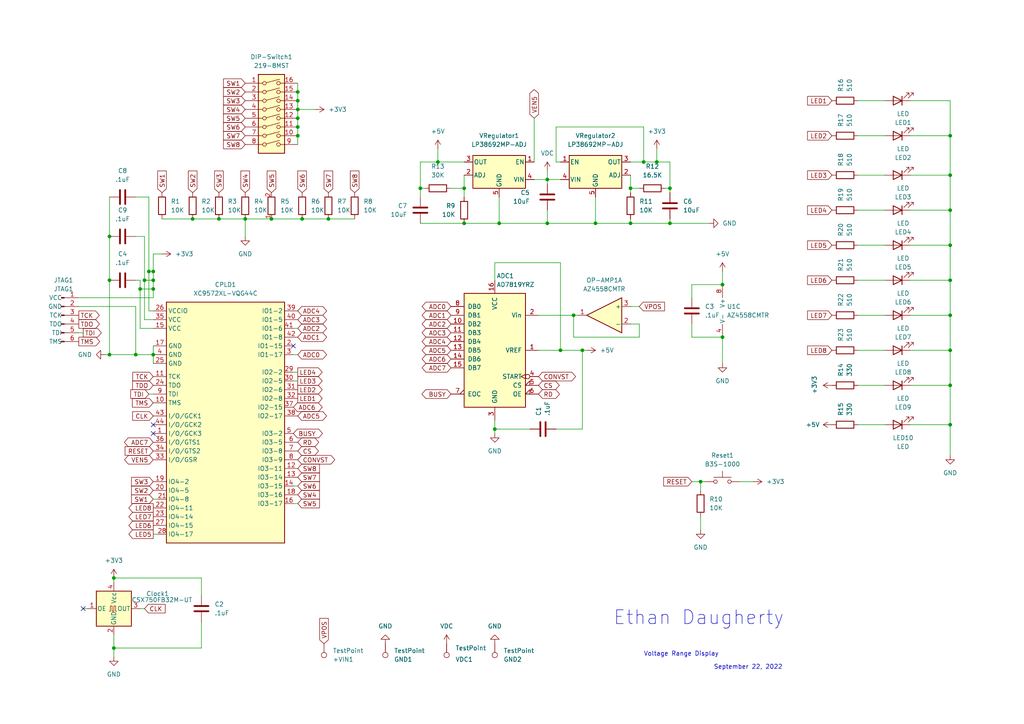
<source format=kicad_sch>
(kicad_sch (version 20211123) (generator eeschema)
  (paper "A4")
  (junction (at 86.36 31.75))
  (junction (at 86.36 36.83))
  (junction (at 158.75 52.07))
  (junction (at 31.75 81.28))
  (junction (at 87.63 63.5))
  (junction (at 63.5 63.5))
  (junction (at 275.59 81.28))
  (junction (at 194.31 54.61))
  (junction (at 44.45 78.74))
  (junction (at 86.36 34.29))
  (junction (at 209.55 97.79))
  (junction (at 86.36 26.67))
  (junction (at 95.25 63.5))
  (junction (at 31.75 102.87))
  (junction (at 182.88 54.61))
  (junction (at 275.59 71.12))
  (junction (at 127 46.99))
  (junction (at 44.45 102.87))
  (junction (at 33.02 187.96))
  (junction (at 275.59 91.44))
  (junction (at 203.2 139.7))
  (junction (at 33.02 167.64))
  (junction (at 162.56 101.6))
  (junction (at 186.69 46.99))
  (junction (at 40.64 83.82))
  (junction (at 275.59 60.96))
  (junction (at 194.31 64.77))
  (junction (at 190.5 46.99))
  (junction (at 275.59 39.37))
  (junction (at 275.59 101.6))
  (junction (at 143.51 124.46))
  (junction (at 166.37 91.44))
  (junction (at 158.75 64.77))
  (junction (at 182.88 64.77))
  (junction (at 168.91 101.6))
  (junction (at 275.59 50.8))
  (junction (at 43.18 78.74))
  (junction (at 78.74 63.5))
  (junction (at 134.62 64.77))
  (junction (at 121.92 54.61))
  (junction (at 31.75 68.58))
  (junction (at 275.59 123.19))
  (junction (at 55.88 63.5))
  (junction (at 71.12 63.5))
  (junction (at 44.45 81.28))
  (junction (at 275.59 111.76))
  (junction (at 41.91 81.28))
  (junction (at 134.62 54.61))
  (junction (at 209.55 82.55))
  (junction (at 144.78 64.77))
  (junction (at 172.72 64.77))
  (junction (at 39.37 102.87))
  (junction (at 86.36 29.21))
  (junction (at 44.45 83.82))
  (junction (at 86.36 39.37))
  (no_connect (at 85.09 100.33))
  (no_connect (at 24.13 176.53))
  (no_connect (at 44.45 123.19))
  (no_connect (at 44.45 125.73))
  (wire (pts (xy 41.91 68.58) (xy 39.37 68.58)))
  (wire (pts (xy 275.59 71.12) (xy 275.59 60.96)))
  (wire (pts (xy 30.48 102.87) (xy 31.75 102.87)))
  (wire (pts (xy 22.86 86.36) (xy 44.45 86.36)))
  (wire (pts (xy 143.51 124.46) (xy 153.67 124.46)))
  (wire (pts (xy 43.18 114.3) (xy 44.45 114.3)))
  (wire (pts (xy 127 46.99) (xy 121.92 46.99)))
  (wire (pts (xy 168.91 101.6) (xy 170.18 101.6)))
  (wire (pts (xy 86.36 36.83) (xy 86.36 39.37)))
  (wire (pts (xy 58.42 172.72) (xy 58.42 167.64)))
  (wire (pts (xy 39.37 102.87) (xy 44.45 102.87)))
  (wire (pts (xy 44.45 81.28) (xy 44.45 78.74)))
  (wire (pts (xy 58.42 180.34) (xy 58.42 187.96)))
  (wire (pts (xy 39.37 88.9) (xy 39.37 102.87)))
  (wire (pts (xy 162.56 76.2) (xy 162.56 101.6)))
  (wire (pts (xy 248.92 60.96) (xy 256.54 60.96)))
  (wire (pts (xy 264.16 81.28) (xy 275.59 81.28)))
  (wire (pts (xy 143.51 121.92) (xy 143.51 124.46)))
  (wire (pts (xy 86.36 110.49) (xy 85.09 110.49)))
  (wire (pts (xy 158.75 52.07) (xy 154.94 52.07)))
  (wire (pts (xy 46.99 63.5) (xy 55.88 63.5)))
  (wire (pts (xy 200.66 139.7) (xy 203.2 139.7)))
  (wire (pts (xy 41.91 81.28) (xy 41.91 92.71)))
  (wire (pts (xy 162.56 52.07) (xy 158.75 52.07)))
  (wire (pts (xy 33.02 184.15) (xy 33.02 187.96)))
  (wire (pts (xy 168.91 101.6) (xy 162.56 101.6)))
  (wire (pts (xy 172.72 64.77) (xy 158.75 64.77)))
  (wire (pts (xy 200.66 97.79) (xy 200.66 93.98)))
  (wire (pts (xy 43.18 78.74) (xy 43.18 57.15)))
  (wire (pts (xy 161.29 124.46) (xy 168.91 124.46)))
  (wire (pts (xy 86.36 146.05) (xy 85.09 146.05)))
  (wire (pts (xy 44.45 86.36) (xy 44.45 83.82)))
  (wire (pts (xy 154.94 34.29) (xy 154.94 46.99)))
  (wire (pts (xy 40.64 83.82) (xy 40.64 81.28)))
  (wire (pts (xy 86.36 140.97) (xy 85.09 140.97)))
  (wire (pts (xy 156.21 101.6) (xy 162.56 101.6)))
  (wire (pts (xy 264.16 39.37) (xy 275.59 39.37)))
  (wire (pts (xy 194.31 64.77) (xy 182.88 64.77)))
  (wire (pts (xy 86.36 107.95) (xy 85.09 107.95)))
  (wire (pts (xy 40.64 83.82) (xy 44.45 83.82)))
  (wire (pts (xy 44.45 144.78) (xy 45.72 144.78)))
  (wire (pts (xy 182.88 63.5) (xy 182.88 64.77)))
  (wire (pts (xy 182.88 93.98) (xy 185.42 93.98)))
  (wire (pts (xy 182.88 54.61) (xy 182.88 55.88)))
  (wire (pts (xy 275.59 81.28) (xy 275.59 71.12)))
  (wire (pts (xy 248.92 101.6) (xy 256.54 101.6)))
  (wire (pts (xy 86.36 29.21) (xy 86.36 31.75)))
  (wire (pts (xy 86.36 39.37) (xy 86.36 41.91)))
  (wire (pts (xy 158.75 60.96) (xy 158.75 64.77)))
  (wire (pts (xy 172.72 57.15) (xy 172.72 64.77)))
  (wire (pts (xy 58.42 167.64) (xy 33.02 167.64)))
  (wire (pts (xy 121.92 46.99) (xy 121.92 54.61)))
  (wire (pts (xy 24.13 96.52) (xy 22.86 96.52)))
  (wire (pts (xy 275.59 29.21) (xy 264.16 29.21)))
  (wire (pts (xy 44.45 83.82) (xy 44.45 81.28)))
  (wire (pts (xy 264.16 71.12) (xy 275.59 71.12)))
  (wire (pts (xy 86.36 95.25) (xy 85.09 95.25)))
  (wire (pts (xy 168.91 101.6) (xy 168.91 124.46)))
  (wire (pts (xy 166.37 97.79) (xy 166.37 91.44)))
  (wire (pts (xy 44.45 73.66) (xy 46.99 73.66)))
  (wire (pts (xy 182.88 50.8) (xy 182.88 54.61)))
  (wire (pts (xy 71.12 63.5) (xy 71.12 68.58)))
  (wire (pts (xy 248.92 123.19) (xy 256.54 123.19)))
  (wire (pts (xy 193.04 54.61) (xy 194.31 54.61)))
  (wire (pts (xy 264.16 111.76) (xy 275.59 111.76)))
  (wire (pts (xy 40.64 95.25) (xy 40.64 83.82)))
  (wire (pts (xy 186.69 46.99) (xy 190.5 46.99)))
  (wire (pts (xy 248.92 81.28) (xy 256.54 81.28)))
  (wire (pts (xy 158.75 52.07) (xy 158.75 53.34)))
  (wire (pts (xy 86.36 31.75) (xy 86.36 34.29)))
  (wire (pts (xy 161.29 46.99) (xy 162.56 46.99)))
  (wire (pts (xy 264.16 91.44) (xy 275.59 91.44)))
  (wire (pts (xy 248.92 91.44) (xy 256.54 91.44)))
  (wire (pts (xy 275.59 50.8) (xy 275.59 39.37)))
  (wire (pts (xy 78.74 63.5) (xy 87.63 63.5)))
  (wire (pts (xy 203.2 149.86) (xy 203.2 153.67)))
  (wire (pts (xy 158.75 64.77) (xy 144.78 64.77)))
  (wire (pts (xy 43.18 57.15) (xy 39.37 57.15)))
  (wire (pts (xy 264.16 60.96) (xy 275.59 60.96)))
  (wire (pts (xy 44.45 105.41) (xy 44.45 102.87)))
  (wire (pts (xy 40.64 81.28) (xy 39.37 81.28)))
  (wire (pts (xy 91.44 31.75) (xy 86.36 31.75)))
  (wire (pts (xy 127 43.18) (xy 127 46.99)))
  (wire (pts (xy 264.16 123.19) (xy 275.59 123.19)))
  (wire (pts (xy 22.86 88.9) (xy 39.37 88.9)))
  (wire (pts (xy 134.62 50.8) (xy 134.62 54.61)))
  (wire (pts (xy 275.59 60.96) (xy 275.59 50.8)))
  (wire (pts (xy 214.63 139.7) (xy 218.44 139.7)))
  (wire (pts (xy 205.74 64.77) (xy 194.31 64.77)))
  (wire (pts (xy 123.19 54.61) (xy 121.92 54.61)))
  (wire (pts (xy 144.78 64.77) (xy 134.62 64.77)))
  (wire (pts (xy 209.55 82.55) (xy 200.66 82.55)))
  (wire (pts (xy 41.91 68.58) (xy 41.91 81.28)))
  (wire (pts (xy 161.29 36.83) (xy 161.29 46.99)))
  (wire (pts (xy 44.45 95.25) (xy 40.64 95.25)))
  (wire (pts (xy 86.36 24.13) (xy 86.36 26.67)))
  (wire (pts (xy 194.31 54.61) (xy 194.31 55.88)))
  (wire (pts (xy 248.92 29.21) (xy 256.54 29.21)))
  (wire (pts (xy 24.13 176.53) (xy 25.4 176.53)))
  (wire (pts (xy 203.2 139.7) (xy 203.2 142.24)))
  (wire (pts (xy 31.75 57.15) (xy 31.75 68.58)))
  (wire (pts (xy 143.51 124.46) (xy 143.51 125.73)))
  (wire (pts (xy 134.62 54.61) (xy 134.62 57.15)))
  (wire (pts (xy 209.55 78.74) (xy 209.55 82.55)))
  (wire (pts (xy 275.59 81.28) (xy 275.59 91.44)))
  (wire (pts (xy 275.59 39.37) (xy 275.59 29.21)))
  (wire (pts (xy 182.88 64.77) (xy 172.72 64.77)))
  (wire (pts (xy 121.92 54.61) (xy 121.92 57.15)))
  (wire (pts (xy 33.02 167.64) (xy 33.02 168.91)))
  (wire (pts (xy 44.45 154.94) (xy 45.72 154.94)))
  (wire (pts (xy 144.78 57.15) (xy 144.78 64.77)))
  (wire (pts (xy 185.42 97.79) (xy 166.37 97.79)))
  (wire (pts (xy 248.92 71.12) (xy 256.54 71.12)))
  (wire (pts (xy 31.75 68.58) (xy 31.75 81.28)))
  (wire (pts (xy 134.62 64.77) (xy 121.92 64.77)))
  (wire (pts (xy 182.88 46.99) (xy 186.69 46.99)))
  (wire (pts (xy 44.45 100.33) (xy 44.45 102.87)))
  (wire (pts (xy 275.59 91.44) (xy 275.59 101.6)))
  (wire (pts (xy 203.2 139.7) (xy 204.47 139.7)))
  (wire (pts (xy 264.16 101.6) (xy 275.59 101.6)))
  (wire (pts (xy 143.51 81.28) (xy 143.51 76.2)))
  (wire (pts (xy 158.75 49.53) (xy 158.75 52.07)))
  (wire (pts (xy 43.18 90.17) (xy 43.18 78.74)))
  (wire (pts (xy 143.51 76.2) (xy 162.56 76.2)))
  (wire (pts (xy 248.92 50.8) (xy 256.54 50.8)))
  (wire (pts (xy 86.36 26.67) (xy 86.36 29.21)))
  (wire (pts (xy 185.42 93.98) (xy 185.42 97.79)))
  (wire (pts (xy 248.92 111.76) (xy 256.54 111.76)))
  (wire (pts (xy 194.31 46.99) (xy 194.31 54.61)))
  (wire (pts (xy 43.18 90.17) (xy 44.45 90.17)))
  (wire (pts (xy 185.42 54.61) (xy 182.88 54.61)))
  (wire (pts (xy 31.75 102.87) (xy 39.37 102.87)))
  (wire (pts (xy 58.42 187.96) (xy 33.02 187.96)))
  (wire (pts (xy 190.5 46.99) (xy 194.31 46.99)))
  (wire (pts (xy 41.91 176.53) (xy 40.64 176.53)))
  (wire (pts (xy 264.16 50.8) (xy 275.59 50.8)))
  (wire (pts (xy 87.63 63.5) (xy 95.25 63.5)))
  (wire (pts (xy 182.88 88.9) (xy 185.42 88.9)))
  (wire (pts (xy 86.36 102.87) (xy 85.09 102.87)))
  (wire (pts (xy 31.75 81.28) (xy 31.75 102.87)))
  (wire (pts (xy 134.62 46.99) (xy 127 46.99)))
  (wire (pts (xy 95.25 63.5) (xy 102.87 63.5)))
  (wire (pts (xy 71.12 63.5) (xy 78.74 63.5)))
  (wire (pts (xy 44.45 92.71) (xy 41.91 92.71)))
  (wire (pts (xy 200.66 82.55) (xy 200.66 86.36)))
  (wire (pts (xy 43.18 78.74) (xy 44.45 78.74)))
  (wire (pts (xy 156.21 91.44) (xy 166.37 91.44)))
  (wire (pts (xy 41.91 81.28) (xy 44.45 81.28)))
  (wire (pts (xy 161.29 36.83) (xy 186.69 36.83)))
  (wire (pts (xy 33.02 187.96) (xy 33.02 190.5)))
  (wire (pts (xy 209.55 97.79) (xy 209.55 105.41)))
  (wire (pts (xy 86.36 34.29) (xy 86.36 36.83)))
  (wire (pts (xy 44.45 78.74) (xy 44.45 73.66)))
  (wire (pts (xy 275.59 111.76) (xy 275.59 123.19)))
  (wire (pts (xy 194.31 63.5) (xy 194.31 64.77)))
  (wire (pts (xy 248.92 39.37) (xy 256.54 39.37)))
  (wire (pts (xy 166.37 91.44) (xy 167.64 91.44)))
  (wire (pts (xy 186.69 36.83) (xy 186.69 46.99)))
  (wire (pts (xy 190.5 43.18) (xy 190.5 46.99)))
  (wire (pts (xy 130.81 54.61) (xy 134.62 54.61)))
  (wire (pts (xy 209.55 97.79) (xy 200.66 97.79)))
  (wire (pts (xy 63.5 63.5) (xy 71.12 63.5)))
  (wire (pts (xy 275.59 101.6) (xy 275.59 111.76)))
  (wire (pts (xy 55.88 63.5) (xy 63.5 63.5)))
  (wire (pts (xy 275.59 123.19) (xy 275.59 132.08)))
  (text "September 22, 2022" (at 207.01 194.31 0) (effects (font (size 1.27 1.27)) (justify left bottom)))
  (text "Ethan Daugherty" (at 177.8 181.61 0) (effects (font (size 4 4)) (justify left bottom)))
  (text "Voltage Range Display" (at 186.69 190.5 0) (effects (font (size 1.27 1.27)) (justify left bottom)))
  (global_label "ADC5" (shape bidirectional) (at 130.81 101.6 180) (property "Intersheet References" "${INTERSHEET_REFS}" (effects hide)))
  (global_label "LED7" (shape input) (at 241.3 91.44 180) (property "Intersheet References" "${INTERSHEET_REFS}" (effects hide)))
  (global_label "SW3" (shape input) (at 63.5 55.88 90) (property "Intersheet References" "${INTERSHEET_REFS}" (effects hide)))
  (global_label "SW4" (shape input) (at 71.12 55.88 90) (property "Intersheet References" "${INTERSHEET_REFS}" (effects hide)))
  (global_label "LED6" (shape output) (at 44.45 152.4 180) (property "Intersheet References" "${INTERSHEET_REFS}" (effects hide)))
  (global_label "ADC3" (shape bidirectional) (at 86.36 92.71 0) (property "Intersheet References" "${INTERSHEET_REFS}" (effects hide)))
  (global_label "SW8" (shape input) (at 71.12 41.91 180) (property "Intersheet References" "${INTERSHEET_REFS}" (effects hide)))
  (global_label "TCK" (shape input) (at 44.45 109.22 180) (property "Intersheet References" "${INTERSHEET_REFS}" (effects hide)))
  (global_label "RD" (shape bidirectional) (at 156.21 114.3 0) (property "Intersheet References" "${INTERSHEET_REFS}" (effects hide)))
  (global_label "LED1" (shape output) (at 86.36 115.57 0) (property "Intersheet References" "${INTERSHEET_REFS}" (effects hide)))
  (global_label "ADC5" (shape bidirectional) (at 86.36 120.65 0) (property "Intersheet References" "${INTERSHEET_REFS}" (effects hide)))
  (global_label "CLK" (shape input) (at 41.91 176.53 0) (property "Intersheet References" "${INTERSHEET_REFS}" (effects hide)))
  (global_label "ADC6" (shape bidirectional) (at 130.81 104.14 180) (property "Intersheet References" "${INTERSHEET_REFS}" (effects hide)))
  (global_label "SW2" (shape input) (at 71.12 26.67 180) (property "Intersheet References" "${INTERSHEET_REFS}" (effects hide)))
  (global_label "ADC2" (shape bidirectional) (at 130.81 93.98 180) (property "Intersheet References" "${INTERSHEET_REFS}" (effects hide)))
  (global_label "SW5" (shape input) (at 86.36 146.05 0) (property "Intersheet References" "${INTERSHEET_REFS}" (effects hide)))
  (global_label "SW2" (shape input) (at 44.45 142.24 180) (property "Intersheet References" "${INTERSHEET_REFS}" (effects hide)))
  (global_label "SW6" (shape input) (at 71.12 36.83 180) (property "Intersheet References" "${INTERSHEET_REFS}" (effects hide)))
  (global_label "CS" (shape bidirectional) (at 86.36 130.81 0) (property "Intersheet References" "${INTERSHEET_REFS}" (effects hide)))
  (global_label "CS" (shape bidirectional) (at 156.21 111.76 0) (property "Intersheet References" "${INTERSHEET_REFS}" (effects hide)))
  (global_label "LED3" (shape input) (at 241.3 50.8 180) (property "Intersheet References" "${INTERSHEET_REFS}" (effects hide)))
  (global_label "SW8" (shape input) (at 86.36 135.89 0) (property "Intersheet References" "${INTERSHEET_REFS}" (effects hide)))
  (global_label "ADC0" (shape bidirectional) (at 130.81 88.9 180) (property "Intersheet References" "${INTERSHEET_REFS}" (effects hide)))
  (global_label "SW3" (shape input) (at 44.45 139.7 180) (property "Intersheet References" "${INTERSHEET_REFS}" (effects hide)))
  (global_label "VPOS" (shape input) (at 185.42 88.9 0) (property "Intersheet References" "${INTERSHEET_REFS}" (effects hide)))
  (global_label "SW1" (shape input) (at 44.45 144.78 180) (property "Intersheet References" "${INTERSHEET_REFS}" (effects hide)))
  (global_label "SW4" (shape input) (at 86.36 143.51 0) (property "Intersheet References" "${INTERSHEET_REFS}" (effects hide)))
  (global_label "VEN5" (shape bidirectional) (at 154.94 34.29 90) (property "Intersheet References" "${INTERSHEET_REFS}" (effects hide)))
  (global_label "LED3" (shape output) (at 86.36 110.49 0) (property "Intersheet References" "${INTERSHEET_REFS}" (effects hide)))
  (global_label "TMS" (shape output) (at 22.86 99.06 0) (property "Intersheet References" "${INTERSHEET_REFS}" (effects hide)))
  (global_label "ADC7" (shape bidirectional) (at 44.45 128.27 180) (property "Intersheet References" "${INTERSHEET_REFS}" (effects hide)))
  (global_label "ADC6" (shape bidirectional) (at 85.09 118.11 0) (property "Intersheet References" "${INTERSHEET_REFS}" (effects hide)))
  (global_label "ADC7" (shape bidirectional) (at 130.81 106.68 180) (property "Intersheet References" "${INTERSHEET_REFS}" (effects hide)))
  (global_label "LED5" (shape input) (at 241.3 71.12 180) (property "Intersheet References" "${INTERSHEET_REFS}" (effects hide)))
  (global_label "ADC1" (shape bidirectional) (at 86.36 97.79 0) (property "Intersheet References" "${INTERSHEET_REFS}" (effects hide)))
  (global_label "RESET" (shape input) (at 44.45 130.81 180) (property "Intersheet References" "${INTERSHEET_REFS}" (effects hide)))
  (global_label "LED2" (shape input) (at 241.3 39.37 180) (property "Intersheet References" "${INTERSHEET_REFS}" (effects hide)))
  (global_label "SW1" (shape input) (at 71.12 24.13 180) (property "Intersheet References" "${INTERSHEET_REFS}" (effects hide)))
  (global_label "LED8" (shape input) (at 241.3 101.6 180) (property "Intersheet References" "${INTERSHEET_REFS}" (effects hide)))
  (global_label "SW5" (shape input) (at 78.74 55.88 90) (property "Intersheet References" "${INTERSHEET_REFS}" (effects hide)))
  (global_label "SW8" (shape input) (at 102.87 55.88 90) (property "Intersheet References" "${INTERSHEET_REFS}" (effects hide)))
  (global_label "RD" (shape bidirectional) (at 86.36 128.27 0) (property "Intersheet References" "${INTERSHEET_REFS}" (effects hide)))
  (global_label "SW7" (shape input) (at 86.36 138.43 0) (property "Intersheet References" "${INTERSHEET_REFS}" (effects hide)))
  (global_label "BUSY" (shape bidirectional) (at 85.09 125.73 0) (property "Intersheet References" "${INTERSHEET_REFS}" (effects hide)))
  (global_label "SW2" (shape input) (at 55.88 55.88 90) (property "Intersheet References" "${INTERSHEET_REFS}" (effects hide)))
  (global_label "SW4" (shape input) (at 71.12 31.75 180) (property "Intersheet References" "${INTERSHEET_REFS}" (effects hide)))
  (global_label "LED1" (shape input) (at 241.3 29.21 180) (property "Intersheet References" "${INTERSHEET_REFS}" (effects hide)))
  (global_label "LED8" (shape output) (at 44.45 147.32 180) (property "Intersheet References" "${INTERSHEET_REFS}" (effects hide)))
  (global_label "TMS" (shape input) (at 44.45 116.84 180) (property "Intersheet References" "${INTERSHEET_REFS}" (effects hide)))
  (global_label "TDI" (shape output) (at 24.13 96.52 0) (property "Intersheet References" "${INTERSHEET_REFS}" (effects hide)))
  (global_label "ADC4" (shape bidirectional) (at 130.81 99.06 180) (property "Intersheet References" "${INTERSHEET_REFS}" (effects hide)))
  (global_label "LED2" (shape output) (at 86.36 113.03 0) (property "Intersheet References" "${INTERSHEET_REFS}" (effects hide)))
  (global_label "LED5" (shape output) (at 44.45 154.94 180) (property "Intersheet References" "${INTERSHEET_REFS}" (effects hide)))
  (global_label "CONVST" (shape bidirectional) (at 156.21 109.22 0) (property "Intersheet References" "${INTERSHEET_REFS}" (effects hide)))
  (global_label "LED6" (shape input) (at 241.3 81.28 180) (property "Intersheet References" "${INTERSHEET_REFS}" (effects hide)))
  (global_label "RESET" (shape input) (at 200.66 139.7 180) (property "Intersheet References" "${INTERSHEET_REFS}" (effects hide)))
  (global_label "SW1" (shape input) (at 46.99 55.88 90) (property "Intersheet References" "${INTERSHEET_REFS}" (effects hide)))
  (global_label "ADC4" (shape bidirectional) (at 86.36 90.17 0) (property "Intersheet References" "${INTERSHEET_REFS}" (effects hide)))
  (global_label "SW5" (shape input) (at 71.12 34.29 180) (property "Intersheet References" "${INTERSHEET_REFS}" (effects hide)))
  (global_label "ADC2" (shape bidirectional) (at 86.36 95.25 0) (property "Intersheet References" "${INTERSHEET_REFS}" (effects hide)))
  (global_label "TDO" (shape output) (at 22.86 93.98 0) (property "Intersheet References" "${INTERSHEET_REFS}" (effects hide)))
  (global_label "SW7" (shape input) (at 95.25 55.88 90) (property "Intersheet References" "${INTERSHEET_REFS}" (effects hide)))
  (global_label "VPOS" (shape input) (at 93.98 186.69 90) (property "Intersheet References" "${INTERSHEET_REFS}" (effects hide)))
  (global_label "VEN5" (shape bidirectional) (at 44.45 133.35 180) (property "Intersheet References" "${INTERSHEET_REFS}" (effects hide)))
  (global_label "CONVST" (shape bidirectional) (at 86.36 133.35 0) (property "Intersheet References" "${INTERSHEET_REFS}" (effects hide)))
  (global_label "SW6" (shape input) (at 87.63 55.88 90) (property "Intersheet References" "${INTERSHEET_REFS}" (effects hide)))
  (global_label "SW6" (shape input) (at 86.36 140.97 0) (property "Intersheet References" "${INTERSHEET_REFS}" (effects hide)))
  (global_label "SW7" (shape input) (at 71.12 39.37 180) (property "Intersheet References" "${INTERSHEET_REFS}" (effects hide)))
  (global_label "CLK" (shape input) (at 44.45 120.65 180) (property "Intersheet References" "${INTERSHEET_REFS}" (effects hide)))
  (global_label "ADC1" (shape bidirectional) (at 130.81 91.44 180) (property "Intersheet References" "${INTERSHEET_REFS}" (effects hide)))
  (global_label "SW3" (shape input) (at 71.12 29.21 180) (property "Intersheet References" "${INTERSHEET_REFS}" (effects hide)))
  (global_label "TDI" (shape input) (at 43.18 114.3 180) (property "Intersheet References" "${INTERSHEET_REFS}" (effects hide)))
  (global_label "TCK" (shape output) (at 22.86 91.44 0) (property "Intersheet References" "${INTERSHEET_REFS}" (effects hide)))
  (global_label "LED4" (shape input) (at 241.3 60.96 180) (property "Intersheet References" "${INTERSHEET_REFS}" (effects hide)))
  (global_label "ADC3" (shape bidirectional) (at 130.81 96.52 180) (property "Intersheet References" "${INTERSHEET_REFS}" (effects hide)))
  (global_label "TDO" (shape input) (at 44.45 111.76 180) (property "Intersheet References" "${INTERSHEET_REFS}" (effects hide)))
  (global_label "LED4" (shape output) (at 86.36 107.95 0) (property "Intersheet References" "${INTERSHEET_REFS}" (effects hide)))
  (global_label "ADC0" (shape bidirectional) (at 86.36 102.87 0) (property "Intersheet References" "${INTERSHEET_REFS}" (effects hide)))
  (global_label "LED7" (shape output) (at 44.45 149.86 180) (property "Intersheet References" "${INTERSHEET_REFS}" (effects hide)))
  (global_label "BUSY" (shape bidirectional) (at 130.81 114.3 180) (property "Intersheet References" "${INTERSHEET_REFS}" (effects hide)))
  (symbol (lib_id "power:+3.3V") (at 190.5 43.18 0) (mirror y) (unit 1)
    (property "Reference" "#PWR014" (effects hide))
    (property "Value" "+3.3V" (at 190.5 38.1 0))
  )
  (symbol (lib_id "Device:R") (at 245.11 123.19 90) (unit 1)
    (property "Reference" "R15" (at 243.8399 120.65 0) (effects (justify left)))
    (property "Value" "330" (at 246.3799 120.65 0) (effects (justify left)))
    (property "Footprint" "Resistor_SMD:R_0805_2012Metric" (effects hide))
    (property "Datasheet" "https://www.yageo.com/upload/media/product/productsearch/datasheet/rchip/PYu-RC_Group_51_RoHS_L_12.pdf" (effects hide))
  )
  (symbol (lib_id "Device:R") (at 63.5 59.69 0) (unit 1)
    (property "Reference" "R3" (at 66.04 58.4199 0) (effects (justify left)))
    (property "Value" "10K" (at 66.04 60.9599 0) (effects (justify left)))
    (property "Footprint" "Resistor_SMD:R_0805_2012Metric" (effects hide))
    (property "Datasheet" "https://www.yageo.com/upload/media/product/productsearch/datasheet/rchip/PYu-RC_Group_51_RoHS_L_12.pdf" (effects hide))
  )
  (symbol (lib_id "power:+5V") (at 127 43.18 0) (unit 1)
    (property "Reference" "#PWR08" (effects hide))
    (property "Value" "+5V" (at 127 38.1 0))
  )
  (symbol (lib_id "Connector:JTAG1") (at 17.78 91.44 0) (unit 1)
    (property "Reference" "JTAG1" (at 18.415 81.28 0))
    (property "Value" "JTAG1" (at 18.415 83.82 0))
    (property "Footprint" "Connector_PinHeader_2.54mm:JTAG" (effects hide))
    (property "Datasheet" "https://www.molex.com/pdm_docs/sd/022284061_sd.pdf" (effects hide))
  )
  (symbol (lib_id "power:+3.3V") (at 46.99 73.66 270) (unit 1)
    (property "Reference" "#PWR04" (effects hide))
    (property "Value" "+3.3V" (at 50.8 73.6599 90) (effects (justify left)))
  )
  (symbol (lib_name "R_1") (lib_id "Device:R") (at 78.74 59.69 180) (unit 1)
    (property "Reference" "R5" (at 81.28 58.4199 0) (effects (justify right)))
    (property "Value" "10K" (at 81.28 60.9599 0) (effects (justify right)))
    (property "Footprint" "Resistor_SMD:R_0805_2012Metric" (effects hide))
    (property "Datasheet" "https://www.yageo.com/upload/media/product/productsearch/datasheet/rchip/PYu-RC_Group_51_RoHS_L_12.pdf" (effects hide))
  )
  (symbol (lib_id "power:+5V") (at 209.55 78.74 0) (unit 1)
    (property "Reference" "#PWR017" (effects hide))
    (property "Value" "+5V" (at 209.55 73.66 0))
  )
  (symbol (lib_id "Device:LED") (at 260.35 71.12 180) (unit 1)
    (property "Reference" "LED5" (at 261.9375 77.47 0))
    (property "Value" "LED" (at 261.9375 74.93 0))
    (property "Footprint" "LED_SMD:LED_0805_2012Metric" (effects hide))
    (property "Datasheet" "https://media.digikey.com/pdf/Data%20Sheets/Lumex%20PDFs/SML-LXT0805SRW-TR_RevI_12-17-19.pdf" (effects hide))
  )
  (symbol (lib_id "Device:C") (at 200.66 90.17 180) (unit 1)
    (property "Reference" "C3" (at 204.47 88.8999 0) (effects (justify right)))
    (property "Value" ".1uF" (at 204.47 91.4399 0) (effects (justify right)))
    (property "Footprint" "Capacitor_SMD:C_0805_2012Metric" (effects hide))
    (property "Datasheet" "https://www.yageo.com/upload/media/product/productsearch/datasheet/mlcc/UPY-GPHC_X7R_6.3V-to-50V_20.pdf" (effects hide))
  )
  (symbol (lib_id "Device:C") (at 157.48 124.46 90) (unit 1)
    (property "Reference" "C1" (at 156.2099 120.65 0) (effects (justify left)))
    (property "Value" ".1uF" (at 158.7499 120.65 0) (effects (justify left)))
    (property "Footprint" "Capacitor_SMD:C_0805_2012Metric" (effects hide))
    (property "Datasheet" "https://www.yageo.com/upload/media/product/productsearch/datasheet/mlcc/UPY-GPHC_X7R_6.3V-to-50V_20.pdf" (effects hide))
  )
  (symbol (lib_id "Device:LED") (at 260.35 39.37 180) (unit 1)
    (property "Reference" "LED2" (at 261.9375 45.72 0))
    (property "Value" "LED" (at 261.9375 43.18 0))
    (property "Footprint" "LED_SMD:LED_0805_2012Metric" (effects hide))
    (property "Datasheet" "https://media.digikey.com/pdf/Data%20Sheets/Lumex%20PDFs/SML-LXT0805SRW-TR_RevI_12-17-19.pdf" (effects hide))
  )
  (symbol (lib_id "Device:R") (at 245.11 50.8 90) (unit 1)
    (property "Reference" "R18" (at 243.8399 48.26 0) (effects (justify left)))
    (property "Value" "510" (at 246.3799 48.26 0) (effects (justify left)))
    (property "Footprint" "Resistor_SMD:R_0805_2012Metric" (effects hide))
    (property "Datasheet" "https://www.yageo.com/upload/media/product/productsearch/datasheet/rchip/PYu-RC_Group_51_RoHS_L_12.pdf" (effects hide))
  )
  (symbol (lib_id "Device:R") (at 127 54.61 270) (mirror x) (unit 1)
    (property "Reference" "R13" (at 127 48.26 90))
    (property "Value" "30K" (at 127 50.8 90))
    (property "Footprint" "Resistor_SMD:R_0805_2012Metric" (effects hide))
  )
  (symbol (lib_id "power:VDC") (at 129.54 186.69 0) (unit 1)
    (property "Reference" "#PWR09" (effects hide))
    (property "Value" "VDC" (at 129.54 181.61 0))
  )
  (symbol (lib_id "Amplifier_Operational:TLV9062xD") (at 175.26 91.44 0) (mirror y) (unit 1)
    (property "Reference" "OP-AMP1" (at 175.26 81.28 0))
    (property "Value" "AZ4558CMTR" (at 175.26 83.82 0))
    (property "Footprint" "Package_SO:SOIC-8_3.9x4.9mm_P1.27mm" (effects hide))
    (property "Datasheet" "https://www.ti.com/lit/ds/symlink/tlv9062.pdf" (effects hide))
  )
  (symbol (lib_id "Device:R") (at 134.62 60.96 0) (mirror y) (unit 1)
    (property "Reference" "R9" (at 132.08 59.69 0) (effects (justify left)))
    (property "Value" "10K" (at 132.08 62.2299 0) (effects (justify left)))
    (property "Footprint" "Resistor_SMD:R_0805_2012Metric" (effects hide))
    (property "Datasheet" "https://www.yageo.com/upload/media/product/productsearch/datasheet/rchip/PYu-RC_Group_51_RoHS_L_12.pdf" (effects hide))
  )
  (symbol (lib_id "Device:C") (at 58.42 176.53 0) (unit 1)
    (property "Reference" "C2" (at 62.23 175.2599 0) (effects (justify left)))
    (property "Value" ".1uF" (at 62.23 177.7999 0) (effects (justify left)))
    (property "Footprint" "Capacitor_SMD:C_0805_2012Metric" (effects hide))
    (property "Datasheet" "https://www.yageo.com/upload/media/product/productsearch/datasheet/mlcc/UPY-GPHC_X7R_6.3V-to-50V_20.pdf" (effects hide))
  )
  (symbol (lib_id "Device:R") (at 55.88 59.69 0) (unit 1)
    (property "Reference" "R2" (at 58.42 58.4199 0) (effects (justify left)))
    (property "Value" "10K" (at 58.42 60.9599 0) (effects (justify left)))
    (property "Footprint" "Resistor_SMD:R_0805_2012Metric" (effects hide))
    (property "Datasheet" "https://www.yageo.com/upload/media/product/productsearch/datasheet/rchip/PYu-RC_Group_51_RoHS_L_12.pdf" (effects hide))
  )
  (symbol (lib_id "Device:R") (at 182.88 59.69 0) (unit 1)
    (property "Reference" "R11" (at 185.42 58.4199 0) (effects (justify left)))
    (property "Value" "10K" (at 185.42 60.9599 0) (effects (justify left)))
    (property "Footprint" "Resistor_SMD:R_0805_2012Metric" (effects hide))
    (property "Datasheet" "https://www.yageo.com/upload/media/product/productsearch/datasheet/rchip/PYu-RC_Group_51_RoHS_L_12.pdf" (effects hide))
  )
  (symbol (lib_id "power:GND") (at 205.74 64.77 90) (unit 1)
    (property "Reference" "#PWR016" (effects hide))
    (property "Value" "GND" (at 209.55 64.7699 90) (effects (justify right)))
  )
  (symbol (lib_id "Connector:TestPoint") (at 129.54 186.69 0) (mirror x) (unit 1)
    (property "Reference" "VDC1" (at 132.08 191.2621 0) (effects (justify left)))
    (property "Value" "TestPoint" (at 132.08 187.96 0) (effects (justify left)))
    (property "Footprint" "TestPoint:TestPoint_Keystone_5000-5004_Miniature" (effects hide))
  )
  (symbol (lib_id "power:GND") (at 209.55 105.41 0) (unit 1)
    (property "Reference" "#PWR018" (effects hide))
    (property "Value" "GND" (at 209.55 110.49 0))
  )
  (symbol (lib_id "Device:LED") (at 260.35 111.76 180) (unit 1)
    (property "Reference" "LED9" (at 261.9375 118.11 0))
    (property "Value" "LED" (at 261.9375 115.57 0))
    (property "Footprint" "LED_SMD:LED_0805_2012Metric" (effects hide))
    (property "Datasheet" "https://media.digikey.com/pdf/Data%20Sheets/Lumex%20PDFs/SML-LXT0805SRW-TR_RevI_12-17-19.pdf" (effects hide))
  )
  (symbol (lib_id "Regulator_Linear:LP38692MP-ADJ") (at 144.78 49.53 0) (mirror y) (unit 1)
    (property "Reference" "VRegulator1" (at 144.78 39.37 0))
    (property "Value" "LP38692MP-ADJ" (at 144.78 41.91 0))
    (property "Footprint" "Package_TO_SOT_SMD:SOT-223-5" (effects hide))
    (property "Datasheet" "https://media.digikey.com/pdf/Data%20Sheets/Texas%20Instruments%20PDFs/LP38690,92-ADJ.pdf" (effects hide))
  )
  (symbol (lib_id "Connector:TestPoint") (at 143.51 186.69 0) (mirror x) (unit 1)
    (property "Reference" "GND2" (at 146.05 191.2621 0) (effects (justify left)))
    (property "Value" "TestPoint" (at 146.05 188.7221 0) (effects (justify left)))
    (property "Footprint" "TestPoint:TestPoint_Keystone_5000-5004_Miniature" (effects hide))
  )
  (symbol (lib_id "Device:LED") (at 260.35 29.21 180) (unit 1)
    (property "Reference" "LED1" (at 261.9375 35.56 0))
    (property "Value" "LED" (at 261.9375 33.02 0))
    (property "Footprint" "LED_SMD:LED_0805_2012Metric" (effects hide))
    (property "Datasheet" "https://media.digikey.com/pdf/Data%20Sheets/Lumex%20PDFs/SML-LXT0805SRW-TR_RevI_12-17-19.pdf" (effects hide))
  )
  (symbol (lib_id "power:VDC") (at 158.75 49.53 0) (unit 1)
    (property "Reference" "#PWR012" (effects hide))
    (property "Value" "VDC" (at 158.75 44.45 0))
  )
  (symbol (lib_id "power:+3.3V") (at 218.44 139.7 270) (unit 1)
    (property "Reference" "#PWR019" (effects hide))
    (property "Value" "+3.3V" (at 222.25 139.6999 90) (effects (justify left)))
  )
  (symbol (lib_id "Switch:SW_Push") (at 209.55 139.7 0) (unit 1)
    (property "Reference" "Reset1" (at 209.55 132.08 0))
    (property "Value" "B3S-1000" (at 209.55 134.62 0))
    (property "Footprint" "Button_Switch_SMD:SW_SPST_B3S-1000" (effects hide))
    (property "Datasheet" "https://omronfs.omron.com/en_US/ecb/products/pdf/en-b3s.pdf" (effects hide))
  )
  (symbol (lib_id "Device:R") (at 245.11 101.6 90) (unit 1)
    (property "Reference" "R23" (at 243.8399 99.06 0) (effects (justify left)))
    (property "Value" "510" (at 246.3799 99.06 0) (effects (justify left)))
    (property "Footprint" "Resistor_SMD:R_0805_2012Metric" (effects hide))
    (property "Datasheet" "https://www.yageo.com/upload/media/product/productsearch/datasheet/rchip/PYu-RC_Group_51_RoHS_L_12.pdf" (effects hide))
  )
  (symbol (lib_id "Device:R") (at 245.11 60.96 90) (unit 1)
    (property "Reference" "R19" (at 243.8399 58.42 0) (effects (justify left)))
    (property "Value" "510" (at 246.3799 58.42 0) (effects (justify left)))
    (property "Footprint" "Resistor_SMD:R_0805_2012Metric" (effects hide))
    (property "Datasheet" "https://www.yageo.com/upload/media/product/productsearch/datasheet/rchip/PYu-RC_Group_51_RoHS_L_12.pdf" (effects hide))
  )
  (symbol (lib_id "Switch:SW_DIP_x08") (at 78.74 34.29 0) (unit 1)
    (property "Reference" "DIP-Switch1" (at 78.74 16.51 0))
    (property "Value" "219-8MST" (at 78.74 19.05 0))
    (property "Footprint" "Button_Switch_SMD:SW_DIP_SPSTx08_Slide_9.78x22.5mm_W8.61mm_P2.54mm" (effects hide))
    (property "Datasheet" "https://www.ctscorp.com/wp-content/uploads/219.pdf" (effects hide))
  )
  (symbol (lib_id "Device:R") (at 46.99 59.69 0) (unit 1)
    (property "Reference" "R1" (at 49.53 58.4199 0) (effects (justify left)))
    (property "Value" "10K" (at 49.53 60.9599 0) (effects (justify left)))
    (property "Footprint" "Resistor_SMD:R_0805_2012Metric" (effects hide))
    (property "Datasheet" "https://www.yageo.com/upload/media/product/productsearch/datasheet/rchip/PYu-RC_Group_51_RoHS_L_12.pdf" (effects hide))
  )
  (symbol (lib_id "Device:C") (at 121.92 60.96 0) (mirror y) (unit 1)
    (property "Reference" "C7" (at 118.11 59.6899 0) (effects (justify left)))
    (property "Value" "10uF" (at 118.11 62.2299 0) (effects (justify left)))
    (property "Footprint" "Capacitor_SMD:C_0805_2012Metric" (effects hide))
    (property "Datasheet" "https://media.digikey.com/pdf/Data%20Sheets/Murata%20PDFs/Chip_Multilayer_CC_CAT.pdf" (effects hide))
  )
  (symbol (lib_id "Device:C") (at 158.75 57.15 0) (mirror y) (unit 1)
    (property "Reference" "C5" (at 153.67 55.8799 0) (effects (justify left)))
    (property "Value" "10uF" (at 153.67 58.4199 0) (effects (justify left)))
    (property "Footprint" "Capacitor_SMD:C_0805_2012Metric" (effects hide))
    (property "Datasheet" "https://media.digikey.com/pdf/Data%20Sheets/Murata%20PDFs/Chip_Multilayer_CC_CAT.pdf" (effects hide))
  )
  (symbol (lib_id "Device:R") (at 245.11 71.12 90) (unit 1)
    (property "Reference" "R20" (at 243.8399 68.58 0) (effects (justify left)))
    (property "Value" "510" (at 246.3799 68.58 0) (effects (justify left)))
    (property "Footprint" "Resistor_SMD:R_0805_2012Metric" (effects hide))
    (property "Datasheet" "https://www.yageo.com/upload/media/product/productsearch/datasheet/rchip/PYu-RC_Group_51_RoHS_L_12.pdf" (effects hide))
  )
  (symbol (lib_id "power:GND") (at 71.12 68.58 0) (unit 1)
    (property "Reference" "#PWR05" (effects hide))
    (property "Value" "GND" (at 71.12 73.66 0))
  )
  (symbol (lib_id "Device:LED") (at 260.35 60.96 180) (unit 1)
    (property "Reference" "LED4" (at 261.9375 67.31 0))
    (property "Value" "LED" (at 261.9375 64.77 0))
    (property "Footprint" "LED_SMD:LED_0805_2012Metric" (effects hide))
    (property "Datasheet" "https://media.digikey.com/pdf/Data%20Sheets/Lumex%20PDFs/SML-LXT0805SRW-TR_RevI_12-17-19.pdf" (effects hide))
  )
  (symbol (lib_id "power:GND") (at 143.51 186.69 180) (unit 1)
    (property "Reference" "#PWR011" (effects hide))
    (property "Value" "GND" (at 143.51 181.61 0))
  )
  (symbol (lib_id "power:+5V") (at 241.3 123.19 90) (unit 1)
    (property "Reference" "#PWR0102" (effects hide))
    (property "Value" "+5V" (at 233.68 123.19 90) (effects (justify right)))
  )
  (symbol (lib_id "power:+3.3V") (at 91.44 31.75 270) (unit 1)
    (property "Reference" "#PWR06" (effects hide))
    (property "Value" "+3.3V" (at 95.25 31.7499 90) (effects (justify left)))
  )
  (symbol (lib_id "power:+3.3V") (at 33.02 167.64 0) (unit 1)
    (property "Reference" "#PWR02" (effects hide))
    (property "Value" "+3.3V" (at 33.02 162.56 0))
  )
  (symbol (lib_id "Device:C") (at 35.56 68.58 270) (unit 1)
    (property "Reference" "C9" (at 35.56 60.96 90))
    (property "Value" ".1uF" (at 35.56 63.5 90))
    (property "Footprint" "Capacitor_SMD:C_0805_2012Metric" (effects hide))
    (property "Datasheet" "https://www.yageo.com/upload/media/product/productsearch/datasheet/mlcc/UPY-GPHC_X7R_6.3V-to-50V_20.pdf" (effects hide))
  )
  (symbol (lib_id "Device:C") (at 35.56 57.15 90) (unit 1)
    (property "Reference" "C8" (at 35.56 49.53 90))
    (property "Value" ".1uF" (at 35.56 52.07 90))
    (property "Footprint" "Capacitor_SMD:C_0805_2012Metric" (effects hide))
    (property "Datasheet" "https://www.yageo.com/upload/media/product/productsearch/datasheet/mlcc/UPY-GPHC_X7R_6.3V-to-50V_20.pdf" (effects hide))
  )
  (symbol (lib_id "Device:R") (at 102.87 59.69 0) (unit 1)
    (property "Reference" "R8" (at 105.41 58.4199 0) (effects (justify left)))
    (property "Value" "10K" (at 105.41 60.9599 0) (effects (justify left)))
    (property "Footprint" "Resistor_SMD:R_0805_2012Metric" (effects hide))
    (property "Datasheet" "https://www.yageo.com/upload/media/product/productsearch/datasheet/rchip/PYu-RC_Group_51_RoHS_L_12.pdf" (effects hide))
  )
  (symbol (lib_id "Device:LED") (at 260.35 101.6 180) (unit 1)
    (property "Reference" "LED8" (at 261.9375 107.95 0))
    (property "Value" "LED" (at 261.9375 105.41 0))
    (property "Footprint" "LED_SMD:LED_0805_2012Metric" (effects hide))
    (property "Datasheet" "https://media.digikey.com/pdf/Data%20Sheets/Lumex%20PDFs/SML-LXT0805SRW-TR_RevI_12-17-19.pdf" (effects hide))
  )
  (symbol (lib_id "Device:LED") (at 260.35 81.28 180) (unit 1)
    (property "Reference" "LED6" (at 261.9375 87.63 0))
    (property "Value" "LED" (at 261.9375 85.09 0))
    (property "Footprint" "LED_SMD:LED_0805_2012Metric" (effects hide))
    (property "Datasheet" "https://media.digikey.com/pdf/Data%20Sheets/Lumex%20PDFs/SML-LXT0805SRW-TR_RevI_12-17-19.pdf" (effects hide))
  )
  (symbol (lib_id "power:GND") (at 203.2 153.67 0) (unit 1)
    (property "Reference" "#PWR015" (effects hide))
    (property "Value" "GND" (at 203.2 158.75 0))
  )
  (symbol (lib_id "power:GND") (at 275.59 132.08 0) (unit 1)
    (property "Reference" "#PWR020" (effects hide))
    (property "Value" "GND" (at 275.59 137.16 0))
  )
  (symbol (lib_name "TLV9062xD_1") (lib_id "Amplifier_Operational:TLV9062xD") (at 209.55 90.17 0) (unit 3)
    (property "Reference" "U1" (at 210.82 88.8999 0) (effects (justify left)))
    (property "Value" "AZ4558CMTR" (at 210.82 91.4399 0) (effects (justify left)))
    (property "Footprint" "Package_SO:SOIC-8_3.9x4.9mm_P1.27mm" (effects hide))
    (property "Datasheet" "https://www.ti.com/lit/ds/symlink/tlv9062.pdf" (effects hide))
  )
  (symbol (lib_id "Oscillator:SG-7050CCN") (at 33.02 176.53 0) (unit 1)
    (property "Reference" "Clock1" (at 45.72 172.1993 0))
    (property "Value" "CSX750FB32M-UT" (at 46.99 173.99 0))
    (property "Footprint" "Oscillator:Oscillator_SMD_SeikoEpson_SG8002CA-4Pin_7.0x5.0mm" (effects hide))
    (property "Datasheet" "https://support.epson.biz/td/api/doc_check.php?dl=brief_SG7050CAN&lang=en" (effects hide))
  )
  (symbol (lib_id "Device:R") (at 245.11 81.28 90) (unit 1)
    (property "Reference" "R21" (at 243.8399 78.74 0) (effects (justify left)))
    (property "Value" "510" (at 246.3799 78.74 0) (effects (justify left)))
    (property "Footprint" "Resistor_SMD:R_0805_2012Metric" (effects hide))
    (property "Datasheet" "https://www.yageo.com/upload/media/product/productsearch/datasheet/rchip/PYu-RC_Group_51_RoHS_L_12.pdf" (effects hide))
  )
  (symbol (lib_id "power:+5V") (at 170.18 101.6 270) (unit 1)
    (property "Reference" "#PWR013" (effects hide))
    (property "Value" "+5V" (at 173.99 101.5999 90) (effects (justify left)))
  )
  (symbol (lib_id "Device:R") (at 245.11 39.37 90) (unit 1)
    (property "Reference" "R17" (at 243.8399 36.83 0) (effects (justify left)))
    (property "Value" "510" (at 246.3799 36.83 0) (effects (justify left)))
    (property "Footprint" "Resistor_SMD:R_0805_2012Metric" (effects hide))
    (property "Datasheet" "https://www.yageo.com/upload/media/product/productsearch/datasheet/rchip/PYu-RC_Group_51_RoHS_L_12.pdf" (effects hide))
  )
  (symbol (lib_id "Device:C") (at 194.31 59.69 0) (unit 1)
    (property "Reference" "C6" (at 198.12 58.4199 0) (effects (justify left)))
    (property "Value" "10uF" (at 198.12 60.9599 0) (effects (justify left)))
    (property "Footprint" "Capacitor_SMD:C_0805_2012Metric" (effects hide))
    (property "Datasheet" "https://media.digikey.com/pdf/Data%20Sheets/Murata%20PDFs/Chip_Multilayer_CC_CAT.pdf" (effects hide))
  )
  (symbol (lib_id "power:GND") (at 111.76 186.69 180) (unit 1)
    (property "Reference" "#PWR07" (effects hide))
    (property "Value" "GND" (at 111.76 181.61 0))
  )
  (symbol (lib_id "Connector:TestPoint") (at 93.98 186.69 0) (mirror x) (unit 1)
    (property "Reference" "+VIN1" (at 96.52 191.2621 0) (effects (justify left)))
    (property "Value" "TestPoint" (at 96.52 188.7221 0) (effects (justify left)))
    (property "Footprint" "TestPoint:TestPoint_Keystone_5000-5004_Miniature" (effects hide))
  )
  (symbol (lib_id "Device:LED") (at 260.35 50.8 180) (unit 1)
    (property "Reference" "LED3" (at 261.9375 57.15 0))
    (property "Value" "LED" (at 261.9375 54.61 0))
    (property "Footprint" "LED_SMD:LED_0805_2012Metric" (effects hide))
    (property "Datasheet" "https://media.digikey.com/pdf/Data%20Sheets/Lumex%20PDFs/SML-LXT0805SRW-TR_RevI_12-17-19.pdf" (effects hide))
  )
  (symbol (lib_id "Device:R") (at 245.11 91.44 90) (unit 1)
    (property "Reference" "R22" (at 243.8399 88.9 0) (effects (justify left)))
    (property "Value" "510" (at 246.3799 88.9 0) (effects (justify left)))
    (property "Footprint" "Resistor_SMD:R_0805_2012Metric" (effects hide))
    (property "Datasheet" "https://www.yageo.com/upload/media/product/productsearch/datasheet/rchip/PYu-RC_Group_51_RoHS_L_12.pdf" (effects hide))
  )
  (symbol (lib_id "power:+3.3V") (at 241.3 111.76 90) (mirror x) (unit 1)
    (property "Reference" "#PWR0101" (effects hide))
    (property "Value" "+3.3V" (at 236.22 114.3 0) (effects (justify right)))
  )
  (symbol (lib_id "Analog_ADC:AD7819") (at 143.51 101.6 0) (mirror y) (unit 1)
    (property "Reference" "ADC1" (at 144.0306 80.01 0) (effects (justify right)))
    (property "Value" "AD7819YRZ" (at 144.0306 82.55 0) (effects (justify right)))
    (property "Footprint" "Package_SO:SOIC-16" (effects hide))
    (property "Datasheet" "https://www.analog.com/media/en/technical-documentation/data-sheets/AD7819.pdf" (effects hide))
  )
  (symbol (lib_id "Connector:TestPoint") (at 111.76 186.69 0) (mirror x) (unit 1)
    (property "Reference" "GND1" (at 114.3 191.2621 0) (effects (justify left)))
    (property "Value" "TestPoint" (at 114.3 188.7221 0) (effects (justify left)))
    (property "Footprint" "TestPoint:TestPoint_Keystone_5000-5004_Miniature" (effects hide))
  )
  (symbol (lib_id "Device:R") (at 203.2 146.05 180) (unit 1)
    (property "Reference" "R10" (at 205.74 144.7799 0) (effects (justify right)))
    (property "Value" "10K" (at 205.74 147.3199 0) (effects (justify right)))
    (property "Footprint" "Resistor_SMD:R_0805_2012Metric" (effects hide))
    (property "Datasheet" "https://www.yageo.com/upload/media/product/productsearch/datasheet/rchip/PYu-RC_Group_51_RoHS_L_12.pdf" (effects hide))
  )
  (symbol (lib_id "power:GND") (at 30.48 102.87 270) (unit 1)
    (property "Reference" "#PWR01" (effects hide))
    (property "Value" "GND" (at 26.67 102.8699 90) (effects (justify right)))
  )
  (symbol (lib_id "Device:R") (at 189.23 54.61 90) (unit 1)
    (property "Reference" "R12" (at 189.23 48.26 90))
    (property "Value" "16.5K" (at 189.23 50.8 90))
    (property "Footprint" "Resistor_SMD:R_0805_2012Metric" (effects hide))
  )
  (symbol (lib_id "Device:R") (at 71.12 59.69 0) (unit 1)
    (property "Reference" "R4" (at 73.66 58.4199 0) (effects (justify left)))
    (property "Value" "10K" (at 73.66 60.9599 0) (effects (justify left)))
    (property "Footprint" "Resistor_SMD:R_0805_2012Metric" (effects hide))
    (property "Datasheet" "https://www.yageo.com/upload/media/product/productsearch/datasheet/rchip/PYu-RC_Group_51_RoHS_L_12.pdf" (effects hide))
  )
  (symbol (lib_id "Device:LED") (at 260.35 123.19 180) (unit 1)
    (property "Reference" "LED10" (at 261.9375 127 0))
    (property "Value" "LED" (at 261.9375 129.54 0))
    (property "Footprint" "LED_SMD:LED_0805_2012Metric" (effects hide))
    (property "Datasheet" "https://media.digikey.com/pdf/Data%20Sheets/Lumex%20PDFs/SML-LXT0805SRW-TR_RevI_12-17-19.pdf" (effects hide))
  )
  (symbol (lib_id "Device:R") (at 245.11 111.76 90) (unit 1)
    (property "Reference" "R14" (at 243.8399 109.22 0) (effects (justify left)))
    (property "Value" "330" (at 246.3799 109.22 0) (effects (justify left)))
    (property "Footprint" "Resistor_SMD:R_0805_2012Metric" (effects hide))
    (property "Datasheet" "https://www.yageo.com/upload/media/product/productsearch/datasheet/rchip/PYu-RC_Group_51_RoHS_L_12.pdf" (effects hide))
  )
  (symbol (lib_id "Device:R") (at 87.63 59.69 0) (unit 1)
    (property "Reference" "R6" (at 90.17 58.4199 0) (effects (justify left)))
    (property "Value" "10K" (at 90.17 60.9599 0) (effects (justify left)))
    (property "Footprint" "Resistor_SMD:R_0805_2012Metric" (effects hide))
    (property "Datasheet" "https://www.yageo.com/upload/media/product/productsearch/datasheet/rchip/PYu-RC_Group_51_RoHS_L_12.pdf" (effects hide))
  )
  (symbol (lib_id "CPLD_Xilinx:XC9572XL-VQG44C") (at 66.04 127 0) (unit 1)
    (property "Reference" "CPLD1" (at 65.405 82.55 0))
    (property "Value" "XC9572XL-VQG44C" (at 65.405 85.09 0))
    (property "Footprint" "Package_QFP:TQFP-44_10x10mm_P0.8mm" (effects hide))
    (property "Datasheet" "http://www.xilinx.com/support/documentation/data_sheets/ds057.pdf" (effects hide))
  )
  (symbol (lib_id "power:GND") (at 33.02 190.5 0) (unit 1)
    (property "Reference" "#PWR03" (effects hide))
    (property "Value" "GND" (at 33.02 195.58 0))
  )
  (symbol (lib_id "Device:C") (at 35.56 81.28 270) (unit 1)
    (property "Reference" "C4" (at 35.56 73.66 90))
    (property "Value" ".1uF" (at 35.56 76.2 90))
    (property "Footprint" "Capacitor_SMD:C_0805_2012Metric" (effects hide))
    (property "Datasheet" "https://www.yageo.com/upload/media/product/productsearch/datasheet/mlcc/UPY-GPHC_X7R_6.3V-to-50V_20.pdf" (effects hide))
  )
  (symbol (lib_id "Device:R") (at 245.11 29.21 90) (unit 1)
    (property "Reference" "R16" (at 243.8399 26.67 0) (effects (justify left)))
    (property "Value" "510" (at 246.3799 26.67 0) (effects (justify left)))
    (property "Footprint" "Resistor_SMD:R_0805_2012Metric" (effects hide))
    (property "Datasheet" "https://www.yageo.com/upload/media/product/productsearch/datasheet/rchip/PYu-RC_Group_51_RoHS_L_12.pdf" (effects hide))
  )
  (symbol (lib_id "Device:R") (at 95.25 59.69 180) (unit 1)
    (property "Reference" "R7" (at 97.79 58.4199 0) (effects (justify right)))
    (property "Value" "10K" (at 97.79 60.9599 0) (effects (justify right)))
    (property "Footprint" "Resistor_SMD:R_0805_2012Metric" (effects hide))
    (property "Datasheet" "https://www.yageo.com/upload/media/product/productsearch/datasheet/rchip/PYu-RC_Group_51_RoHS_L_12.pdf" (effects hide))
  )
  (symbol (lib_name "LP38692MP-ADJ_1") (lib_id "Regulator_Linear:LP38692MP-ADJ") (at 172.72 49.53 0) (unit 1)
    (property "Reference" "VRegulator2" (at 172.72 39.37 0))
    (property "Value" "LP38692MP-ADJ" (at 172.72 41.91 0))
    (property "Footprint" "Package_TO_SOT_SMD:SOT-223-5" (effects hide))
    (property "Datasheet" "https://media.digikey.com/pdf/Data%20Sheets/Texas%20Instruments%20PDFs/LP38690,92-ADJ.pdf" (effects hide))
  )
  (symbol (lib_id "Device:LED") (at 260.35 91.44 180) (unit 1)
    (property "Reference" "LED7" (at 261.9375 97.79 0))
    (property "Value" "LED" (at 261.9375 95.25 0))
    (property "Footprint" "LED_SMD:LED_0805_2012Metric" (effects hide))
    (property "Datasheet" "https://media.digikey.com/pdf/Data%20Sheets/Lumex%20PDFs/SML-LXT0805SRW-TR_RevI_12-17-19.pdf" (effects hide))
  )
  (symbol (lib_id "power:GND") (at 143.51 125.73 0) (unit 1)
    (property "Reference" "#PWR010" (effects hide))
    (property "Value" "GND" (at 143.51 130.81 0))
  )
)
</source>
